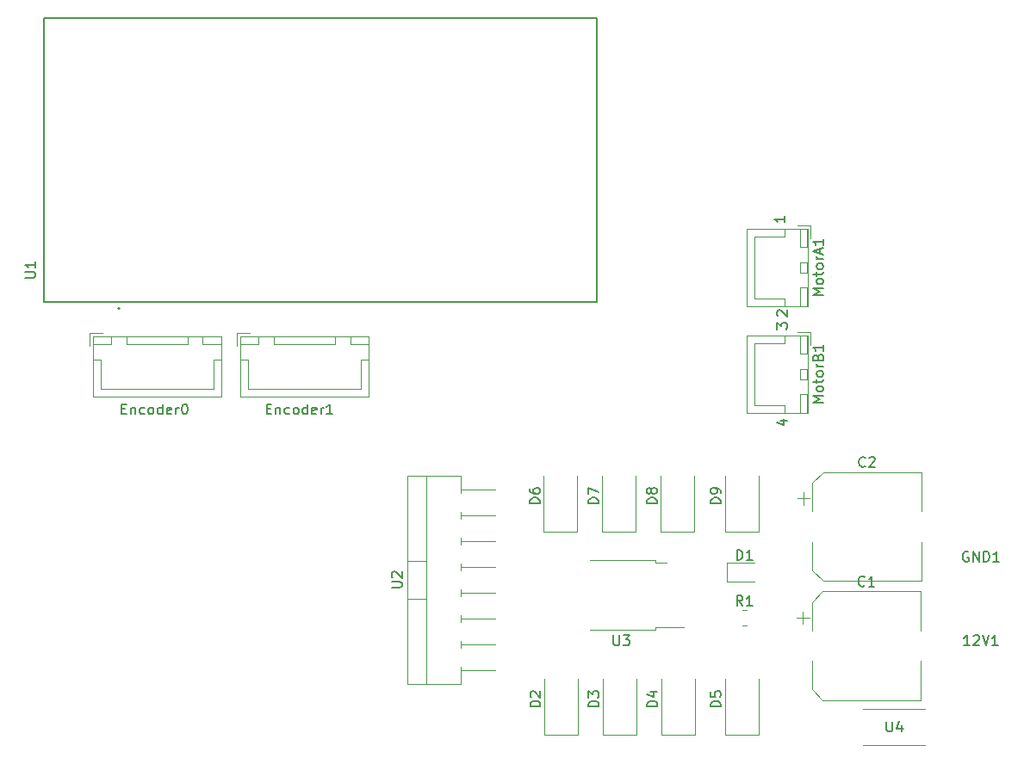
<source format=gbr>
%TF.GenerationSoftware,KiCad,Pcbnew,7.0.8*%
%TF.CreationDate,2024-03-30T19:43:29+07:00*%
%TF.ProjectId,2wd_control_pcbway,3277645f-636f-46e7-9472-6f6c5f706362,rev?*%
%TF.SameCoordinates,Original*%
%TF.FileFunction,Legend,Top*%
%TF.FilePolarity,Positive*%
%FSLAX46Y46*%
G04 Gerber Fmt 4.6, Leading zero omitted, Abs format (unit mm)*
G04 Created by KiCad (PCBNEW 7.0.8) date 2024-03-30 19:43:29*
%MOMM*%
%LPD*%
G01*
G04 APERTURE LIST*
%ADD10C,0.150000*%
%ADD11C,0.120000*%
%ADD12C,0.127000*%
%ADD13C,0.200000*%
G04 APERTURE END LIST*
D10*
X187954819Y-78833332D02*
X187954819Y-78214285D01*
X187954819Y-78214285D02*
X188335771Y-78547618D01*
X188335771Y-78547618D02*
X188335771Y-78404761D01*
X188335771Y-78404761D02*
X188383390Y-78309523D01*
X188383390Y-78309523D02*
X188431009Y-78261904D01*
X188431009Y-78261904D02*
X188526247Y-78214285D01*
X188526247Y-78214285D02*
X188764342Y-78214285D01*
X188764342Y-78214285D02*
X188859580Y-78261904D01*
X188859580Y-78261904D02*
X188907200Y-78309523D01*
X188907200Y-78309523D02*
X188954819Y-78404761D01*
X188954819Y-78404761D02*
X188954819Y-78690475D01*
X188954819Y-78690475D02*
X188907200Y-78785713D01*
X188907200Y-78785713D02*
X188859580Y-78833332D01*
X188050057Y-77535713D02*
X188002438Y-77488094D01*
X188002438Y-77488094D02*
X187954819Y-77392856D01*
X187954819Y-77392856D02*
X187954819Y-77154761D01*
X187954819Y-77154761D02*
X188002438Y-77059523D01*
X188002438Y-77059523D02*
X188050057Y-77011904D01*
X188050057Y-77011904D02*
X188145295Y-76964285D01*
X188145295Y-76964285D02*
X188240533Y-76964285D01*
X188240533Y-76964285D02*
X188383390Y-77011904D01*
X188383390Y-77011904D02*
X188954819Y-77583332D01*
X188954819Y-77583332D02*
X188954819Y-76964285D01*
X188704819Y-67714285D02*
X188704819Y-68285713D01*
X188704819Y-67999999D02*
X187704819Y-67999999D01*
X187704819Y-67999999D02*
X187847676Y-68095237D01*
X187847676Y-68095237D02*
X187942914Y-68190475D01*
X187942914Y-68190475D02*
X187990533Y-68285713D01*
X188288152Y-87809523D02*
X188954819Y-87809523D01*
X187907200Y-88047618D02*
X188621485Y-88285713D01*
X188621485Y-88285713D02*
X188621485Y-87666666D01*
X206904761Y-109954819D02*
X206333333Y-109954819D01*
X206619047Y-109954819D02*
X206619047Y-108954819D01*
X206619047Y-108954819D02*
X206523809Y-109097676D01*
X206523809Y-109097676D02*
X206428571Y-109192914D01*
X206428571Y-109192914D02*
X206333333Y-109240533D01*
X207285714Y-109050057D02*
X207333333Y-109002438D01*
X207333333Y-109002438D02*
X207428571Y-108954819D01*
X207428571Y-108954819D02*
X207666666Y-108954819D01*
X207666666Y-108954819D02*
X207761904Y-109002438D01*
X207761904Y-109002438D02*
X207809523Y-109050057D01*
X207809523Y-109050057D02*
X207857142Y-109145295D01*
X207857142Y-109145295D02*
X207857142Y-109240533D01*
X207857142Y-109240533D02*
X207809523Y-109383390D01*
X207809523Y-109383390D02*
X207238095Y-109954819D01*
X207238095Y-109954819D02*
X207857142Y-109954819D01*
X208142857Y-108954819D02*
X208476190Y-109954819D01*
X208476190Y-109954819D02*
X208809523Y-108954819D01*
X209666666Y-109954819D02*
X209095238Y-109954819D01*
X209380952Y-109954819D02*
X209380952Y-108954819D01*
X209380952Y-108954819D02*
X209285714Y-109097676D01*
X209285714Y-109097676D02*
X209190476Y-109192914D01*
X209190476Y-109192914D02*
X209095238Y-109240533D01*
X182444819Y-115988094D02*
X181444819Y-115988094D01*
X181444819Y-115988094D02*
X181444819Y-115749999D01*
X181444819Y-115749999D02*
X181492438Y-115607142D01*
X181492438Y-115607142D02*
X181587676Y-115511904D01*
X181587676Y-115511904D02*
X181682914Y-115464285D01*
X181682914Y-115464285D02*
X181873390Y-115416666D01*
X181873390Y-115416666D02*
X182016247Y-115416666D01*
X182016247Y-115416666D02*
X182206723Y-115464285D01*
X182206723Y-115464285D02*
X182301961Y-115511904D01*
X182301961Y-115511904D02*
X182397200Y-115607142D01*
X182397200Y-115607142D02*
X182444819Y-115749999D01*
X182444819Y-115749999D02*
X182444819Y-115988094D01*
X181444819Y-114511904D02*
X181444819Y-114988094D01*
X181444819Y-114988094D02*
X181921009Y-115035713D01*
X181921009Y-115035713D02*
X181873390Y-114988094D01*
X181873390Y-114988094D02*
X181825771Y-114892856D01*
X181825771Y-114892856D02*
X181825771Y-114654761D01*
X181825771Y-114654761D02*
X181873390Y-114559523D01*
X181873390Y-114559523D02*
X181921009Y-114511904D01*
X181921009Y-114511904D02*
X182016247Y-114464285D01*
X182016247Y-114464285D02*
X182254342Y-114464285D01*
X182254342Y-114464285D02*
X182349580Y-114511904D01*
X182349580Y-114511904D02*
X182397200Y-114559523D01*
X182397200Y-114559523D02*
X182444819Y-114654761D01*
X182444819Y-114654761D02*
X182444819Y-114892856D01*
X182444819Y-114892856D02*
X182397200Y-114988094D01*
X182397200Y-114988094D02*
X182349580Y-115035713D01*
X170394819Y-95988094D02*
X169394819Y-95988094D01*
X169394819Y-95988094D02*
X169394819Y-95749999D01*
X169394819Y-95749999D02*
X169442438Y-95607142D01*
X169442438Y-95607142D02*
X169537676Y-95511904D01*
X169537676Y-95511904D02*
X169632914Y-95464285D01*
X169632914Y-95464285D02*
X169823390Y-95416666D01*
X169823390Y-95416666D02*
X169966247Y-95416666D01*
X169966247Y-95416666D02*
X170156723Y-95464285D01*
X170156723Y-95464285D02*
X170251961Y-95511904D01*
X170251961Y-95511904D02*
X170347200Y-95607142D01*
X170347200Y-95607142D02*
X170394819Y-95749999D01*
X170394819Y-95749999D02*
X170394819Y-95988094D01*
X169394819Y-95083332D02*
X169394819Y-94416666D01*
X169394819Y-94416666D02*
X170394819Y-94845237D01*
X176194819Y-115988094D02*
X175194819Y-115988094D01*
X175194819Y-115988094D02*
X175194819Y-115749999D01*
X175194819Y-115749999D02*
X175242438Y-115607142D01*
X175242438Y-115607142D02*
X175337676Y-115511904D01*
X175337676Y-115511904D02*
X175432914Y-115464285D01*
X175432914Y-115464285D02*
X175623390Y-115416666D01*
X175623390Y-115416666D02*
X175766247Y-115416666D01*
X175766247Y-115416666D02*
X175956723Y-115464285D01*
X175956723Y-115464285D02*
X176051961Y-115511904D01*
X176051961Y-115511904D02*
X176147200Y-115607142D01*
X176147200Y-115607142D02*
X176194819Y-115749999D01*
X176194819Y-115749999D02*
X176194819Y-115988094D01*
X175528152Y-114559523D02*
X176194819Y-114559523D01*
X175147200Y-114797618D02*
X175861485Y-115035713D01*
X175861485Y-115035713D02*
X175861485Y-114416666D01*
X171898095Y-108954819D02*
X171898095Y-109764342D01*
X171898095Y-109764342D02*
X171945714Y-109859580D01*
X171945714Y-109859580D02*
X171993333Y-109907200D01*
X171993333Y-109907200D02*
X172088571Y-109954819D01*
X172088571Y-109954819D02*
X172279047Y-109954819D01*
X172279047Y-109954819D02*
X172374285Y-109907200D01*
X172374285Y-109907200D02*
X172421904Y-109859580D01*
X172421904Y-109859580D02*
X172469523Y-109764342D01*
X172469523Y-109764342D02*
X172469523Y-108954819D01*
X172850476Y-108954819D02*
X173469523Y-108954819D01*
X173469523Y-108954819D02*
X173136190Y-109335771D01*
X173136190Y-109335771D02*
X173279047Y-109335771D01*
X173279047Y-109335771D02*
X173374285Y-109383390D01*
X173374285Y-109383390D02*
X173421904Y-109431009D01*
X173421904Y-109431009D02*
X173469523Y-109526247D01*
X173469523Y-109526247D02*
X173469523Y-109764342D01*
X173469523Y-109764342D02*
X173421904Y-109859580D01*
X173421904Y-109859580D02*
X173374285Y-109907200D01*
X173374285Y-109907200D02*
X173279047Y-109954819D01*
X173279047Y-109954819D02*
X172993333Y-109954819D01*
X172993333Y-109954819D02*
X172898095Y-109907200D01*
X172898095Y-109907200D02*
X172850476Y-109859580D01*
X164694819Y-115988094D02*
X163694819Y-115988094D01*
X163694819Y-115988094D02*
X163694819Y-115749999D01*
X163694819Y-115749999D02*
X163742438Y-115607142D01*
X163742438Y-115607142D02*
X163837676Y-115511904D01*
X163837676Y-115511904D02*
X163932914Y-115464285D01*
X163932914Y-115464285D02*
X164123390Y-115416666D01*
X164123390Y-115416666D02*
X164266247Y-115416666D01*
X164266247Y-115416666D02*
X164456723Y-115464285D01*
X164456723Y-115464285D02*
X164551961Y-115511904D01*
X164551961Y-115511904D02*
X164647200Y-115607142D01*
X164647200Y-115607142D02*
X164694819Y-115749999D01*
X164694819Y-115749999D02*
X164694819Y-115988094D01*
X163790057Y-115035713D02*
X163742438Y-114988094D01*
X163742438Y-114988094D02*
X163694819Y-114892856D01*
X163694819Y-114892856D02*
X163694819Y-114654761D01*
X163694819Y-114654761D02*
X163742438Y-114559523D01*
X163742438Y-114559523D02*
X163790057Y-114511904D01*
X163790057Y-114511904D02*
X163885295Y-114464285D01*
X163885295Y-114464285D02*
X163980533Y-114464285D01*
X163980533Y-114464285D02*
X164123390Y-114511904D01*
X164123390Y-114511904D02*
X164694819Y-115083332D01*
X164694819Y-115083332D02*
X164694819Y-114464285D01*
X114048567Y-73791373D02*
X114858403Y-73791373D01*
X114858403Y-73791373D02*
X114953678Y-73743736D01*
X114953678Y-73743736D02*
X115001316Y-73696099D01*
X115001316Y-73696099D02*
X115048953Y-73600824D01*
X115048953Y-73600824D02*
X115048953Y-73410274D01*
X115048953Y-73410274D02*
X115001316Y-73314999D01*
X115001316Y-73314999D02*
X114953678Y-73267362D01*
X114953678Y-73267362D02*
X114858403Y-73219724D01*
X114858403Y-73219724D02*
X114048567Y-73219724D01*
X115048953Y-72219339D02*
X115048953Y-72790988D01*
X115048953Y-72505163D02*
X114048567Y-72505163D01*
X114048567Y-72505163D02*
X114191479Y-72600438D01*
X114191479Y-72600438D02*
X114286754Y-72695713D01*
X114286754Y-72695713D02*
X114334392Y-72790988D01*
X198738095Y-117454819D02*
X198738095Y-118264342D01*
X198738095Y-118264342D02*
X198785714Y-118359580D01*
X198785714Y-118359580D02*
X198833333Y-118407200D01*
X198833333Y-118407200D02*
X198928571Y-118454819D01*
X198928571Y-118454819D02*
X199119047Y-118454819D01*
X199119047Y-118454819D02*
X199214285Y-118407200D01*
X199214285Y-118407200D02*
X199261904Y-118359580D01*
X199261904Y-118359580D02*
X199309523Y-118264342D01*
X199309523Y-118264342D02*
X199309523Y-117454819D01*
X200214285Y-117788152D02*
X200214285Y-118454819D01*
X199976190Y-117407200D02*
X199738095Y-118121485D01*
X199738095Y-118121485D02*
X200357142Y-118121485D01*
X196583333Y-104059580D02*
X196535714Y-104107200D01*
X196535714Y-104107200D02*
X196392857Y-104154819D01*
X196392857Y-104154819D02*
X196297619Y-104154819D01*
X196297619Y-104154819D02*
X196154762Y-104107200D01*
X196154762Y-104107200D02*
X196059524Y-104011961D01*
X196059524Y-104011961D02*
X196011905Y-103916723D01*
X196011905Y-103916723D02*
X195964286Y-103726247D01*
X195964286Y-103726247D02*
X195964286Y-103583390D01*
X195964286Y-103583390D02*
X196011905Y-103392914D01*
X196011905Y-103392914D02*
X196059524Y-103297676D01*
X196059524Y-103297676D02*
X196154762Y-103202438D01*
X196154762Y-103202438D02*
X196297619Y-103154819D01*
X196297619Y-103154819D02*
X196392857Y-103154819D01*
X196392857Y-103154819D02*
X196535714Y-103202438D01*
X196535714Y-103202438D02*
X196583333Y-103250057D01*
X197535714Y-104154819D02*
X196964286Y-104154819D01*
X197250000Y-104154819D02*
X197250000Y-103154819D01*
X197250000Y-103154819D02*
X197154762Y-103297676D01*
X197154762Y-103297676D02*
X197059524Y-103392914D01*
X197059524Y-103392914D02*
X196964286Y-103440533D01*
X150079819Y-104266904D02*
X150889342Y-104266904D01*
X150889342Y-104266904D02*
X150984580Y-104219285D01*
X150984580Y-104219285D02*
X151032200Y-104171666D01*
X151032200Y-104171666D02*
X151079819Y-104076428D01*
X151079819Y-104076428D02*
X151079819Y-103885952D01*
X151079819Y-103885952D02*
X151032200Y-103790714D01*
X151032200Y-103790714D02*
X150984580Y-103743095D01*
X150984580Y-103743095D02*
X150889342Y-103695476D01*
X150889342Y-103695476D02*
X150079819Y-103695476D01*
X150175057Y-103266904D02*
X150127438Y-103219285D01*
X150127438Y-103219285D02*
X150079819Y-103124047D01*
X150079819Y-103124047D02*
X150079819Y-102885952D01*
X150079819Y-102885952D02*
X150127438Y-102790714D01*
X150127438Y-102790714D02*
X150175057Y-102743095D01*
X150175057Y-102743095D02*
X150270295Y-102695476D01*
X150270295Y-102695476D02*
X150365533Y-102695476D01*
X150365533Y-102695476D02*
X150508390Y-102743095D01*
X150508390Y-102743095D02*
X151079819Y-103314523D01*
X151079819Y-103314523D02*
X151079819Y-102695476D01*
X170444819Y-115988094D02*
X169444819Y-115988094D01*
X169444819Y-115988094D02*
X169444819Y-115749999D01*
X169444819Y-115749999D02*
X169492438Y-115607142D01*
X169492438Y-115607142D02*
X169587676Y-115511904D01*
X169587676Y-115511904D02*
X169682914Y-115464285D01*
X169682914Y-115464285D02*
X169873390Y-115416666D01*
X169873390Y-115416666D02*
X170016247Y-115416666D01*
X170016247Y-115416666D02*
X170206723Y-115464285D01*
X170206723Y-115464285D02*
X170301961Y-115511904D01*
X170301961Y-115511904D02*
X170397200Y-115607142D01*
X170397200Y-115607142D02*
X170444819Y-115749999D01*
X170444819Y-115749999D02*
X170444819Y-115988094D01*
X169444819Y-115083332D02*
X169444819Y-114464285D01*
X169444819Y-114464285D02*
X169825771Y-114797618D01*
X169825771Y-114797618D02*
X169825771Y-114654761D01*
X169825771Y-114654761D02*
X169873390Y-114559523D01*
X169873390Y-114559523D02*
X169921009Y-114511904D01*
X169921009Y-114511904D02*
X170016247Y-114464285D01*
X170016247Y-114464285D02*
X170254342Y-114464285D01*
X170254342Y-114464285D02*
X170349580Y-114511904D01*
X170349580Y-114511904D02*
X170397200Y-114559523D01*
X170397200Y-114559523D02*
X170444819Y-114654761D01*
X170444819Y-114654761D02*
X170444819Y-114940475D01*
X170444819Y-114940475D02*
X170397200Y-115035713D01*
X170397200Y-115035713D02*
X170349580Y-115083332D01*
X123535714Y-86681009D02*
X123869047Y-86681009D01*
X124011904Y-87204819D02*
X123535714Y-87204819D01*
X123535714Y-87204819D02*
X123535714Y-86204819D01*
X123535714Y-86204819D02*
X124011904Y-86204819D01*
X124440476Y-86538152D02*
X124440476Y-87204819D01*
X124440476Y-86633390D02*
X124488095Y-86585771D01*
X124488095Y-86585771D02*
X124583333Y-86538152D01*
X124583333Y-86538152D02*
X124726190Y-86538152D01*
X124726190Y-86538152D02*
X124821428Y-86585771D01*
X124821428Y-86585771D02*
X124869047Y-86681009D01*
X124869047Y-86681009D02*
X124869047Y-87204819D01*
X125773809Y-87157200D02*
X125678571Y-87204819D01*
X125678571Y-87204819D02*
X125488095Y-87204819D01*
X125488095Y-87204819D02*
X125392857Y-87157200D01*
X125392857Y-87157200D02*
X125345238Y-87109580D01*
X125345238Y-87109580D02*
X125297619Y-87014342D01*
X125297619Y-87014342D02*
X125297619Y-86728628D01*
X125297619Y-86728628D02*
X125345238Y-86633390D01*
X125345238Y-86633390D02*
X125392857Y-86585771D01*
X125392857Y-86585771D02*
X125488095Y-86538152D01*
X125488095Y-86538152D02*
X125678571Y-86538152D01*
X125678571Y-86538152D02*
X125773809Y-86585771D01*
X126345238Y-87204819D02*
X126250000Y-87157200D01*
X126250000Y-87157200D02*
X126202381Y-87109580D01*
X126202381Y-87109580D02*
X126154762Y-87014342D01*
X126154762Y-87014342D02*
X126154762Y-86728628D01*
X126154762Y-86728628D02*
X126202381Y-86633390D01*
X126202381Y-86633390D02*
X126250000Y-86585771D01*
X126250000Y-86585771D02*
X126345238Y-86538152D01*
X126345238Y-86538152D02*
X126488095Y-86538152D01*
X126488095Y-86538152D02*
X126583333Y-86585771D01*
X126583333Y-86585771D02*
X126630952Y-86633390D01*
X126630952Y-86633390D02*
X126678571Y-86728628D01*
X126678571Y-86728628D02*
X126678571Y-87014342D01*
X126678571Y-87014342D02*
X126630952Y-87109580D01*
X126630952Y-87109580D02*
X126583333Y-87157200D01*
X126583333Y-87157200D02*
X126488095Y-87204819D01*
X126488095Y-87204819D02*
X126345238Y-87204819D01*
X127535714Y-87204819D02*
X127535714Y-86204819D01*
X127535714Y-87157200D02*
X127440476Y-87204819D01*
X127440476Y-87204819D02*
X127250000Y-87204819D01*
X127250000Y-87204819D02*
X127154762Y-87157200D01*
X127154762Y-87157200D02*
X127107143Y-87109580D01*
X127107143Y-87109580D02*
X127059524Y-87014342D01*
X127059524Y-87014342D02*
X127059524Y-86728628D01*
X127059524Y-86728628D02*
X127107143Y-86633390D01*
X127107143Y-86633390D02*
X127154762Y-86585771D01*
X127154762Y-86585771D02*
X127250000Y-86538152D01*
X127250000Y-86538152D02*
X127440476Y-86538152D01*
X127440476Y-86538152D02*
X127535714Y-86585771D01*
X128392857Y-87157200D02*
X128297619Y-87204819D01*
X128297619Y-87204819D02*
X128107143Y-87204819D01*
X128107143Y-87204819D02*
X128011905Y-87157200D01*
X128011905Y-87157200D02*
X127964286Y-87061961D01*
X127964286Y-87061961D02*
X127964286Y-86681009D01*
X127964286Y-86681009D02*
X128011905Y-86585771D01*
X128011905Y-86585771D02*
X128107143Y-86538152D01*
X128107143Y-86538152D02*
X128297619Y-86538152D01*
X128297619Y-86538152D02*
X128392857Y-86585771D01*
X128392857Y-86585771D02*
X128440476Y-86681009D01*
X128440476Y-86681009D02*
X128440476Y-86776247D01*
X128440476Y-86776247D02*
X127964286Y-86871485D01*
X128869048Y-87204819D02*
X128869048Y-86538152D01*
X128869048Y-86728628D02*
X128916667Y-86633390D01*
X128916667Y-86633390D02*
X128964286Y-86585771D01*
X128964286Y-86585771D02*
X129059524Y-86538152D01*
X129059524Y-86538152D02*
X129154762Y-86538152D01*
X129678572Y-86204819D02*
X129773810Y-86204819D01*
X129773810Y-86204819D02*
X129869048Y-86252438D01*
X129869048Y-86252438D02*
X129916667Y-86300057D01*
X129916667Y-86300057D02*
X129964286Y-86395295D01*
X129964286Y-86395295D02*
X130011905Y-86585771D01*
X130011905Y-86585771D02*
X130011905Y-86823866D01*
X130011905Y-86823866D02*
X129964286Y-87014342D01*
X129964286Y-87014342D02*
X129916667Y-87109580D01*
X129916667Y-87109580D02*
X129869048Y-87157200D01*
X129869048Y-87157200D02*
X129773810Y-87204819D01*
X129773810Y-87204819D02*
X129678572Y-87204819D01*
X129678572Y-87204819D02*
X129583334Y-87157200D01*
X129583334Y-87157200D02*
X129535715Y-87109580D01*
X129535715Y-87109580D02*
X129488096Y-87014342D01*
X129488096Y-87014342D02*
X129440477Y-86823866D01*
X129440477Y-86823866D02*
X129440477Y-86585771D01*
X129440477Y-86585771D02*
X129488096Y-86395295D01*
X129488096Y-86395295D02*
X129535715Y-86300057D01*
X129535715Y-86300057D02*
X129583334Y-86252438D01*
X129583334Y-86252438D02*
X129678572Y-86204819D01*
X182444819Y-95988094D02*
X181444819Y-95988094D01*
X181444819Y-95988094D02*
X181444819Y-95749999D01*
X181444819Y-95749999D02*
X181492438Y-95607142D01*
X181492438Y-95607142D02*
X181587676Y-95511904D01*
X181587676Y-95511904D02*
X181682914Y-95464285D01*
X181682914Y-95464285D02*
X181873390Y-95416666D01*
X181873390Y-95416666D02*
X182016247Y-95416666D01*
X182016247Y-95416666D02*
X182206723Y-95464285D01*
X182206723Y-95464285D02*
X182301961Y-95511904D01*
X182301961Y-95511904D02*
X182397200Y-95607142D01*
X182397200Y-95607142D02*
X182444819Y-95749999D01*
X182444819Y-95749999D02*
X182444819Y-95988094D01*
X182444819Y-94940475D02*
X182444819Y-94749999D01*
X182444819Y-94749999D02*
X182397200Y-94654761D01*
X182397200Y-94654761D02*
X182349580Y-94607142D01*
X182349580Y-94607142D02*
X182206723Y-94511904D01*
X182206723Y-94511904D02*
X182016247Y-94464285D01*
X182016247Y-94464285D02*
X181635295Y-94464285D01*
X181635295Y-94464285D02*
X181540057Y-94511904D01*
X181540057Y-94511904D02*
X181492438Y-94559523D01*
X181492438Y-94559523D02*
X181444819Y-94654761D01*
X181444819Y-94654761D02*
X181444819Y-94845237D01*
X181444819Y-94845237D02*
X181492438Y-94940475D01*
X181492438Y-94940475D02*
X181540057Y-94988094D01*
X181540057Y-94988094D02*
X181635295Y-95035713D01*
X181635295Y-95035713D02*
X181873390Y-95035713D01*
X181873390Y-95035713D02*
X181968628Y-94988094D01*
X181968628Y-94988094D02*
X182016247Y-94940475D01*
X182016247Y-94940475D02*
X182063866Y-94845237D01*
X182063866Y-94845237D02*
X182063866Y-94654761D01*
X182063866Y-94654761D02*
X182016247Y-94559523D01*
X182016247Y-94559523D02*
X181968628Y-94511904D01*
X181968628Y-94511904D02*
X181873390Y-94464285D01*
X206761904Y-100752438D02*
X206666666Y-100704819D01*
X206666666Y-100704819D02*
X206523809Y-100704819D01*
X206523809Y-100704819D02*
X206380952Y-100752438D01*
X206380952Y-100752438D02*
X206285714Y-100847676D01*
X206285714Y-100847676D02*
X206238095Y-100942914D01*
X206238095Y-100942914D02*
X206190476Y-101133390D01*
X206190476Y-101133390D02*
X206190476Y-101276247D01*
X206190476Y-101276247D02*
X206238095Y-101466723D01*
X206238095Y-101466723D02*
X206285714Y-101561961D01*
X206285714Y-101561961D02*
X206380952Y-101657200D01*
X206380952Y-101657200D02*
X206523809Y-101704819D01*
X206523809Y-101704819D02*
X206619047Y-101704819D01*
X206619047Y-101704819D02*
X206761904Y-101657200D01*
X206761904Y-101657200D02*
X206809523Y-101609580D01*
X206809523Y-101609580D02*
X206809523Y-101276247D01*
X206809523Y-101276247D02*
X206619047Y-101276247D01*
X207238095Y-101704819D02*
X207238095Y-100704819D01*
X207238095Y-100704819D02*
X207809523Y-101704819D01*
X207809523Y-101704819D02*
X207809523Y-100704819D01*
X208285714Y-101704819D02*
X208285714Y-100704819D01*
X208285714Y-100704819D02*
X208523809Y-100704819D01*
X208523809Y-100704819D02*
X208666666Y-100752438D01*
X208666666Y-100752438D02*
X208761904Y-100847676D01*
X208761904Y-100847676D02*
X208809523Y-100942914D01*
X208809523Y-100942914D02*
X208857142Y-101133390D01*
X208857142Y-101133390D02*
X208857142Y-101276247D01*
X208857142Y-101276247D02*
X208809523Y-101466723D01*
X208809523Y-101466723D02*
X208761904Y-101561961D01*
X208761904Y-101561961D02*
X208666666Y-101657200D01*
X208666666Y-101657200D02*
X208523809Y-101704819D01*
X208523809Y-101704819D02*
X208285714Y-101704819D01*
X209809523Y-101704819D02*
X209238095Y-101704819D01*
X209523809Y-101704819D02*
X209523809Y-100704819D01*
X209523809Y-100704819D02*
X209428571Y-100847676D01*
X209428571Y-100847676D02*
X209333333Y-100942914D01*
X209333333Y-100942914D02*
X209238095Y-100990533D01*
X184583333Y-106054819D02*
X184250000Y-105578628D01*
X184011905Y-106054819D02*
X184011905Y-105054819D01*
X184011905Y-105054819D02*
X184392857Y-105054819D01*
X184392857Y-105054819D02*
X184488095Y-105102438D01*
X184488095Y-105102438D02*
X184535714Y-105150057D01*
X184535714Y-105150057D02*
X184583333Y-105245295D01*
X184583333Y-105245295D02*
X184583333Y-105388152D01*
X184583333Y-105388152D02*
X184535714Y-105483390D01*
X184535714Y-105483390D02*
X184488095Y-105531009D01*
X184488095Y-105531009D02*
X184392857Y-105578628D01*
X184392857Y-105578628D02*
X184011905Y-105578628D01*
X185535714Y-106054819D02*
X184964286Y-106054819D01*
X185250000Y-106054819D02*
X185250000Y-105054819D01*
X185250000Y-105054819D02*
X185154762Y-105197676D01*
X185154762Y-105197676D02*
X185059524Y-105292914D01*
X185059524Y-105292914D02*
X184964286Y-105340533D01*
X137785714Y-86681009D02*
X138119047Y-86681009D01*
X138261904Y-87204819D02*
X137785714Y-87204819D01*
X137785714Y-87204819D02*
X137785714Y-86204819D01*
X137785714Y-86204819D02*
X138261904Y-86204819D01*
X138690476Y-86538152D02*
X138690476Y-87204819D01*
X138690476Y-86633390D02*
X138738095Y-86585771D01*
X138738095Y-86585771D02*
X138833333Y-86538152D01*
X138833333Y-86538152D02*
X138976190Y-86538152D01*
X138976190Y-86538152D02*
X139071428Y-86585771D01*
X139071428Y-86585771D02*
X139119047Y-86681009D01*
X139119047Y-86681009D02*
X139119047Y-87204819D01*
X140023809Y-87157200D02*
X139928571Y-87204819D01*
X139928571Y-87204819D02*
X139738095Y-87204819D01*
X139738095Y-87204819D02*
X139642857Y-87157200D01*
X139642857Y-87157200D02*
X139595238Y-87109580D01*
X139595238Y-87109580D02*
X139547619Y-87014342D01*
X139547619Y-87014342D02*
X139547619Y-86728628D01*
X139547619Y-86728628D02*
X139595238Y-86633390D01*
X139595238Y-86633390D02*
X139642857Y-86585771D01*
X139642857Y-86585771D02*
X139738095Y-86538152D01*
X139738095Y-86538152D02*
X139928571Y-86538152D01*
X139928571Y-86538152D02*
X140023809Y-86585771D01*
X140595238Y-87204819D02*
X140500000Y-87157200D01*
X140500000Y-87157200D02*
X140452381Y-87109580D01*
X140452381Y-87109580D02*
X140404762Y-87014342D01*
X140404762Y-87014342D02*
X140404762Y-86728628D01*
X140404762Y-86728628D02*
X140452381Y-86633390D01*
X140452381Y-86633390D02*
X140500000Y-86585771D01*
X140500000Y-86585771D02*
X140595238Y-86538152D01*
X140595238Y-86538152D02*
X140738095Y-86538152D01*
X140738095Y-86538152D02*
X140833333Y-86585771D01*
X140833333Y-86585771D02*
X140880952Y-86633390D01*
X140880952Y-86633390D02*
X140928571Y-86728628D01*
X140928571Y-86728628D02*
X140928571Y-87014342D01*
X140928571Y-87014342D02*
X140880952Y-87109580D01*
X140880952Y-87109580D02*
X140833333Y-87157200D01*
X140833333Y-87157200D02*
X140738095Y-87204819D01*
X140738095Y-87204819D02*
X140595238Y-87204819D01*
X141785714Y-87204819D02*
X141785714Y-86204819D01*
X141785714Y-87157200D02*
X141690476Y-87204819D01*
X141690476Y-87204819D02*
X141500000Y-87204819D01*
X141500000Y-87204819D02*
X141404762Y-87157200D01*
X141404762Y-87157200D02*
X141357143Y-87109580D01*
X141357143Y-87109580D02*
X141309524Y-87014342D01*
X141309524Y-87014342D02*
X141309524Y-86728628D01*
X141309524Y-86728628D02*
X141357143Y-86633390D01*
X141357143Y-86633390D02*
X141404762Y-86585771D01*
X141404762Y-86585771D02*
X141500000Y-86538152D01*
X141500000Y-86538152D02*
X141690476Y-86538152D01*
X141690476Y-86538152D02*
X141785714Y-86585771D01*
X142642857Y-87157200D02*
X142547619Y-87204819D01*
X142547619Y-87204819D02*
X142357143Y-87204819D01*
X142357143Y-87204819D02*
X142261905Y-87157200D01*
X142261905Y-87157200D02*
X142214286Y-87061961D01*
X142214286Y-87061961D02*
X142214286Y-86681009D01*
X142214286Y-86681009D02*
X142261905Y-86585771D01*
X142261905Y-86585771D02*
X142357143Y-86538152D01*
X142357143Y-86538152D02*
X142547619Y-86538152D01*
X142547619Y-86538152D02*
X142642857Y-86585771D01*
X142642857Y-86585771D02*
X142690476Y-86681009D01*
X142690476Y-86681009D02*
X142690476Y-86776247D01*
X142690476Y-86776247D02*
X142214286Y-86871485D01*
X143119048Y-87204819D02*
X143119048Y-86538152D01*
X143119048Y-86728628D02*
X143166667Y-86633390D01*
X143166667Y-86633390D02*
X143214286Y-86585771D01*
X143214286Y-86585771D02*
X143309524Y-86538152D01*
X143309524Y-86538152D02*
X143404762Y-86538152D01*
X144261905Y-87204819D02*
X143690477Y-87204819D01*
X143976191Y-87204819D02*
X143976191Y-86204819D01*
X143976191Y-86204819D02*
X143880953Y-86347676D01*
X143880953Y-86347676D02*
X143785715Y-86442914D01*
X143785715Y-86442914D02*
X143690477Y-86490533D01*
X196633333Y-92309580D02*
X196585714Y-92357200D01*
X196585714Y-92357200D02*
X196442857Y-92404819D01*
X196442857Y-92404819D02*
X196347619Y-92404819D01*
X196347619Y-92404819D02*
X196204762Y-92357200D01*
X196204762Y-92357200D02*
X196109524Y-92261961D01*
X196109524Y-92261961D02*
X196061905Y-92166723D01*
X196061905Y-92166723D02*
X196014286Y-91976247D01*
X196014286Y-91976247D02*
X196014286Y-91833390D01*
X196014286Y-91833390D02*
X196061905Y-91642914D01*
X196061905Y-91642914D02*
X196109524Y-91547676D01*
X196109524Y-91547676D02*
X196204762Y-91452438D01*
X196204762Y-91452438D02*
X196347619Y-91404819D01*
X196347619Y-91404819D02*
X196442857Y-91404819D01*
X196442857Y-91404819D02*
X196585714Y-91452438D01*
X196585714Y-91452438D02*
X196633333Y-91500057D01*
X197014286Y-91500057D02*
X197061905Y-91452438D01*
X197061905Y-91452438D02*
X197157143Y-91404819D01*
X197157143Y-91404819D02*
X197395238Y-91404819D01*
X197395238Y-91404819D02*
X197490476Y-91452438D01*
X197490476Y-91452438D02*
X197538095Y-91500057D01*
X197538095Y-91500057D02*
X197585714Y-91595295D01*
X197585714Y-91595295D02*
X197585714Y-91690533D01*
X197585714Y-91690533D02*
X197538095Y-91833390D01*
X197538095Y-91833390D02*
X196966667Y-92404819D01*
X196966667Y-92404819D02*
X197585714Y-92404819D01*
X192504819Y-75488095D02*
X191504819Y-75488095D01*
X191504819Y-75488095D02*
X192219104Y-75154762D01*
X192219104Y-75154762D02*
X191504819Y-74821429D01*
X191504819Y-74821429D02*
X192504819Y-74821429D01*
X192504819Y-74202381D02*
X192457200Y-74297619D01*
X192457200Y-74297619D02*
X192409580Y-74345238D01*
X192409580Y-74345238D02*
X192314342Y-74392857D01*
X192314342Y-74392857D02*
X192028628Y-74392857D01*
X192028628Y-74392857D02*
X191933390Y-74345238D01*
X191933390Y-74345238D02*
X191885771Y-74297619D01*
X191885771Y-74297619D02*
X191838152Y-74202381D01*
X191838152Y-74202381D02*
X191838152Y-74059524D01*
X191838152Y-74059524D02*
X191885771Y-73964286D01*
X191885771Y-73964286D02*
X191933390Y-73916667D01*
X191933390Y-73916667D02*
X192028628Y-73869048D01*
X192028628Y-73869048D02*
X192314342Y-73869048D01*
X192314342Y-73869048D02*
X192409580Y-73916667D01*
X192409580Y-73916667D02*
X192457200Y-73964286D01*
X192457200Y-73964286D02*
X192504819Y-74059524D01*
X192504819Y-74059524D02*
X192504819Y-74202381D01*
X191838152Y-73583333D02*
X191838152Y-73202381D01*
X191504819Y-73440476D02*
X192361961Y-73440476D01*
X192361961Y-73440476D02*
X192457200Y-73392857D01*
X192457200Y-73392857D02*
X192504819Y-73297619D01*
X192504819Y-73297619D02*
X192504819Y-73202381D01*
X192504819Y-72726190D02*
X192457200Y-72821428D01*
X192457200Y-72821428D02*
X192409580Y-72869047D01*
X192409580Y-72869047D02*
X192314342Y-72916666D01*
X192314342Y-72916666D02*
X192028628Y-72916666D01*
X192028628Y-72916666D02*
X191933390Y-72869047D01*
X191933390Y-72869047D02*
X191885771Y-72821428D01*
X191885771Y-72821428D02*
X191838152Y-72726190D01*
X191838152Y-72726190D02*
X191838152Y-72583333D01*
X191838152Y-72583333D02*
X191885771Y-72488095D01*
X191885771Y-72488095D02*
X191933390Y-72440476D01*
X191933390Y-72440476D02*
X192028628Y-72392857D01*
X192028628Y-72392857D02*
X192314342Y-72392857D01*
X192314342Y-72392857D02*
X192409580Y-72440476D01*
X192409580Y-72440476D02*
X192457200Y-72488095D01*
X192457200Y-72488095D02*
X192504819Y-72583333D01*
X192504819Y-72583333D02*
X192504819Y-72726190D01*
X192504819Y-71964285D02*
X191838152Y-71964285D01*
X192028628Y-71964285D02*
X191933390Y-71916666D01*
X191933390Y-71916666D02*
X191885771Y-71869047D01*
X191885771Y-71869047D02*
X191838152Y-71773809D01*
X191838152Y-71773809D02*
X191838152Y-71678571D01*
X192219104Y-71392856D02*
X192219104Y-70916666D01*
X192504819Y-71488094D02*
X191504819Y-71154761D01*
X191504819Y-71154761D02*
X192504819Y-70821428D01*
X192504819Y-69964285D02*
X192504819Y-70535713D01*
X192504819Y-70249999D02*
X191504819Y-70249999D01*
X191504819Y-70249999D02*
X191647676Y-70345237D01*
X191647676Y-70345237D02*
X191742914Y-70440475D01*
X191742914Y-70440475D02*
X191790533Y-70535713D01*
X192504819Y-86059523D02*
X191504819Y-86059523D01*
X191504819Y-86059523D02*
X192219104Y-85726190D01*
X192219104Y-85726190D02*
X191504819Y-85392857D01*
X191504819Y-85392857D02*
X192504819Y-85392857D01*
X192504819Y-84773809D02*
X192457200Y-84869047D01*
X192457200Y-84869047D02*
X192409580Y-84916666D01*
X192409580Y-84916666D02*
X192314342Y-84964285D01*
X192314342Y-84964285D02*
X192028628Y-84964285D01*
X192028628Y-84964285D02*
X191933390Y-84916666D01*
X191933390Y-84916666D02*
X191885771Y-84869047D01*
X191885771Y-84869047D02*
X191838152Y-84773809D01*
X191838152Y-84773809D02*
X191838152Y-84630952D01*
X191838152Y-84630952D02*
X191885771Y-84535714D01*
X191885771Y-84535714D02*
X191933390Y-84488095D01*
X191933390Y-84488095D02*
X192028628Y-84440476D01*
X192028628Y-84440476D02*
X192314342Y-84440476D01*
X192314342Y-84440476D02*
X192409580Y-84488095D01*
X192409580Y-84488095D02*
X192457200Y-84535714D01*
X192457200Y-84535714D02*
X192504819Y-84630952D01*
X192504819Y-84630952D02*
X192504819Y-84773809D01*
X191838152Y-84154761D02*
X191838152Y-83773809D01*
X191504819Y-84011904D02*
X192361961Y-84011904D01*
X192361961Y-84011904D02*
X192457200Y-83964285D01*
X192457200Y-83964285D02*
X192504819Y-83869047D01*
X192504819Y-83869047D02*
X192504819Y-83773809D01*
X192504819Y-83297618D02*
X192457200Y-83392856D01*
X192457200Y-83392856D02*
X192409580Y-83440475D01*
X192409580Y-83440475D02*
X192314342Y-83488094D01*
X192314342Y-83488094D02*
X192028628Y-83488094D01*
X192028628Y-83488094D02*
X191933390Y-83440475D01*
X191933390Y-83440475D02*
X191885771Y-83392856D01*
X191885771Y-83392856D02*
X191838152Y-83297618D01*
X191838152Y-83297618D02*
X191838152Y-83154761D01*
X191838152Y-83154761D02*
X191885771Y-83059523D01*
X191885771Y-83059523D02*
X191933390Y-83011904D01*
X191933390Y-83011904D02*
X192028628Y-82964285D01*
X192028628Y-82964285D02*
X192314342Y-82964285D01*
X192314342Y-82964285D02*
X192409580Y-83011904D01*
X192409580Y-83011904D02*
X192457200Y-83059523D01*
X192457200Y-83059523D02*
X192504819Y-83154761D01*
X192504819Y-83154761D02*
X192504819Y-83297618D01*
X192504819Y-82535713D02*
X191838152Y-82535713D01*
X192028628Y-82535713D02*
X191933390Y-82488094D01*
X191933390Y-82488094D02*
X191885771Y-82440475D01*
X191885771Y-82440475D02*
X191838152Y-82345237D01*
X191838152Y-82345237D02*
X191838152Y-82249999D01*
X191981009Y-81583332D02*
X192028628Y-81440475D01*
X192028628Y-81440475D02*
X192076247Y-81392856D01*
X192076247Y-81392856D02*
X192171485Y-81345237D01*
X192171485Y-81345237D02*
X192314342Y-81345237D01*
X192314342Y-81345237D02*
X192409580Y-81392856D01*
X192409580Y-81392856D02*
X192457200Y-81440475D01*
X192457200Y-81440475D02*
X192504819Y-81535713D01*
X192504819Y-81535713D02*
X192504819Y-81916665D01*
X192504819Y-81916665D02*
X191504819Y-81916665D01*
X191504819Y-81916665D02*
X191504819Y-81583332D01*
X191504819Y-81583332D02*
X191552438Y-81488094D01*
X191552438Y-81488094D02*
X191600057Y-81440475D01*
X191600057Y-81440475D02*
X191695295Y-81392856D01*
X191695295Y-81392856D02*
X191790533Y-81392856D01*
X191790533Y-81392856D02*
X191885771Y-81440475D01*
X191885771Y-81440475D02*
X191933390Y-81488094D01*
X191933390Y-81488094D02*
X191981009Y-81583332D01*
X191981009Y-81583332D02*
X191981009Y-81916665D01*
X192504819Y-80392856D02*
X192504819Y-80964284D01*
X192504819Y-80678570D02*
X191504819Y-80678570D01*
X191504819Y-80678570D02*
X191647676Y-80773808D01*
X191647676Y-80773808D02*
X191742914Y-80869046D01*
X191742914Y-80869046D02*
X191790533Y-80964284D01*
X184011905Y-101554819D02*
X184011905Y-100554819D01*
X184011905Y-100554819D02*
X184250000Y-100554819D01*
X184250000Y-100554819D02*
X184392857Y-100602438D01*
X184392857Y-100602438D02*
X184488095Y-100697676D01*
X184488095Y-100697676D02*
X184535714Y-100792914D01*
X184535714Y-100792914D02*
X184583333Y-100983390D01*
X184583333Y-100983390D02*
X184583333Y-101126247D01*
X184583333Y-101126247D02*
X184535714Y-101316723D01*
X184535714Y-101316723D02*
X184488095Y-101411961D01*
X184488095Y-101411961D02*
X184392857Y-101507200D01*
X184392857Y-101507200D02*
X184250000Y-101554819D01*
X184250000Y-101554819D02*
X184011905Y-101554819D01*
X185535714Y-101554819D02*
X184964286Y-101554819D01*
X185250000Y-101554819D02*
X185250000Y-100554819D01*
X185250000Y-100554819D02*
X185154762Y-100697676D01*
X185154762Y-100697676D02*
X185059524Y-100792914D01*
X185059524Y-100792914D02*
X184964286Y-100840533D01*
X164644819Y-95988094D02*
X163644819Y-95988094D01*
X163644819Y-95988094D02*
X163644819Y-95749999D01*
X163644819Y-95749999D02*
X163692438Y-95607142D01*
X163692438Y-95607142D02*
X163787676Y-95511904D01*
X163787676Y-95511904D02*
X163882914Y-95464285D01*
X163882914Y-95464285D02*
X164073390Y-95416666D01*
X164073390Y-95416666D02*
X164216247Y-95416666D01*
X164216247Y-95416666D02*
X164406723Y-95464285D01*
X164406723Y-95464285D02*
X164501961Y-95511904D01*
X164501961Y-95511904D02*
X164597200Y-95607142D01*
X164597200Y-95607142D02*
X164644819Y-95749999D01*
X164644819Y-95749999D02*
X164644819Y-95988094D01*
X163644819Y-94559523D02*
X163644819Y-94749999D01*
X163644819Y-94749999D02*
X163692438Y-94845237D01*
X163692438Y-94845237D02*
X163740057Y-94892856D01*
X163740057Y-94892856D02*
X163882914Y-94988094D01*
X163882914Y-94988094D02*
X164073390Y-95035713D01*
X164073390Y-95035713D02*
X164454342Y-95035713D01*
X164454342Y-95035713D02*
X164549580Y-94988094D01*
X164549580Y-94988094D02*
X164597200Y-94940475D01*
X164597200Y-94940475D02*
X164644819Y-94845237D01*
X164644819Y-94845237D02*
X164644819Y-94654761D01*
X164644819Y-94654761D02*
X164597200Y-94559523D01*
X164597200Y-94559523D02*
X164549580Y-94511904D01*
X164549580Y-94511904D02*
X164454342Y-94464285D01*
X164454342Y-94464285D02*
X164216247Y-94464285D01*
X164216247Y-94464285D02*
X164121009Y-94511904D01*
X164121009Y-94511904D02*
X164073390Y-94559523D01*
X164073390Y-94559523D02*
X164025771Y-94654761D01*
X164025771Y-94654761D02*
X164025771Y-94845237D01*
X164025771Y-94845237D02*
X164073390Y-94940475D01*
X164073390Y-94940475D02*
X164121009Y-94988094D01*
X164121009Y-94988094D02*
X164216247Y-95035713D01*
X176144819Y-95988094D02*
X175144819Y-95988094D01*
X175144819Y-95988094D02*
X175144819Y-95749999D01*
X175144819Y-95749999D02*
X175192438Y-95607142D01*
X175192438Y-95607142D02*
X175287676Y-95511904D01*
X175287676Y-95511904D02*
X175382914Y-95464285D01*
X175382914Y-95464285D02*
X175573390Y-95416666D01*
X175573390Y-95416666D02*
X175716247Y-95416666D01*
X175716247Y-95416666D02*
X175906723Y-95464285D01*
X175906723Y-95464285D02*
X176001961Y-95511904D01*
X176001961Y-95511904D02*
X176097200Y-95607142D01*
X176097200Y-95607142D02*
X176144819Y-95749999D01*
X176144819Y-95749999D02*
X176144819Y-95988094D01*
X175573390Y-94845237D02*
X175525771Y-94940475D01*
X175525771Y-94940475D02*
X175478152Y-94988094D01*
X175478152Y-94988094D02*
X175382914Y-95035713D01*
X175382914Y-95035713D02*
X175335295Y-95035713D01*
X175335295Y-95035713D02*
X175240057Y-94988094D01*
X175240057Y-94988094D02*
X175192438Y-94940475D01*
X175192438Y-94940475D02*
X175144819Y-94845237D01*
X175144819Y-94845237D02*
X175144819Y-94654761D01*
X175144819Y-94654761D02*
X175192438Y-94559523D01*
X175192438Y-94559523D02*
X175240057Y-94511904D01*
X175240057Y-94511904D02*
X175335295Y-94464285D01*
X175335295Y-94464285D02*
X175382914Y-94464285D01*
X175382914Y-94464285D02*
X175478152Y-94511904D01*
X175478152Y-94511904D02*
X175525771Y-94559523D01*
X175525771Y-94559523D02*
X175573390Y-94654761D01*
X175573390Y-94654761D02*
X175573390Y-94845237D01*
X175573390Y-94845237D02*
X175621009Y-94940475D01*
X175621009Y-94940475D02*
X175668628Y-94988094D01*
X175668628Y-94988094D02*
X175763866Y-95035713D01*
X175763866Y-95035713D02*
X175954342Y-95035713D01*
X175954342Y-95035713D02*
X176049580Y-94988094D01*
X176049580Y-94988094D02*
X176097200Y-94940475D01*
X176097200Y-94940475D02*
X176144819Y-94845237D01*
X176144819Y-94845237D02*
X176144819Y-94654761D01*
X176144819Y-94654761D02*
X176097200Y-94559523D01*
X176097200Y-94559523D02*
X176049580Y-94511904D01*
X176049580Y-94511904D02*
X175954342Y-94464285D01*
X175954342Y-94464285D02*
X175763866Y-94464285D01*
X175763866Y-94464285D02*
X175668628Y-94511904D01*
X175668628Y-94511904D02*
X175621009Y-94559523D01*
X175621009Y-94559523D02*
X175573390Y-94654761D01*
D11*
%TO.C,D5*%
X182840000Y-118760000D02*
X186140000Y-118760000D01*
X182840000Y-118760000D02*
X182840000Y-113250000D01*
X186140000Y-118760000D02*
X186140000Y-113250000D01*
%TO.C,D7*%
X170790000Y-98760000D02*
X174090000Y-98760000D01*
X170790000Y-98760000D02*
X170790000Y-93250000D01*
X174090000Y-98760000D02*
X174090000Y-93250000D01*
%TO.C,D4*%
X176590000Y-118760000D02*
X179890000Y-118760000D01*
X176590000Y-118760000D02*
X176590000Y-113250000D01*
X179890000Y-118760000D02*
X179890000Y-113250000D01*
%TO.C,U3*%
X175970000Y-108450000D02*
X175970000Y-108180000D01*
X175970000Y-108180000D02*
X178800000Y-108180000D01*
X175970000Y-101820000D02*
X177070000Y-101820000D01*
X175970000Y-101550000D02*
X175970000Y-101820000D01*
X169550000Y-108450000D02*
X175970000Y-108450000D01*
X169550000Y-101550000D02*
X175970000Y-101550000D01*
%TO.C,D2*%
X165090000Y-118760000D02*
X168390000Y-118760000D01*
X165090000Y-118760000D02*
X165090000Y-113250000D01*
X168390000Y-118760000D02*
X168390000Y-113250000D01*
D12*
%TO.C,U1*%
X115890000Y-76150000D02*
X115890000Y-48250000D01*
X170290000Y-76150000D02*
X115890000Y-76150000D01*
X115890000Y-48250000D02*
X170290000Y-48250000D01*
X170290000Y-48250000D02*
X170290000Y-76150000D01*
D13*
X123380000Y-76800000D02*
G75*
G03*
X123380000Y-76800000I-100000J0D01*
G01*
D11*
%TO.C,U4*%
X199500000Y-116222000D02*
X202548000Y-116222000D01*
X199500000Y-116222000D02*
X196452000Y-116222000D01*
X198656000Y-119778000D02*
X196452000Y-119778000D01*
X198537000Y-119778000D02*
X202548000Y-119778000D01*
%TO.C,C1*%
X189900000Y-107240000D02*
X191150000Y-107240000D01*
X190525000Y-106615000D02*
X190525000Y-107865000D01*
X191390000Y-105704437D02*
X191390000Y-108490000D01*
X191390000Y-105704437D02*
X192454437Y-104640000D01*
X191390000Y-114295563D02*
X191390000Y-111510000D01*
X191390000Y-114295563D02*
X192454437Y-115360000D01*
X192454437Y-104640000D02*
X202110000Y-104640000D01*
X192454437Y-115360000D02*
X202110000Y-115360000D01*
X202110000Y-104640000D02*
X202110000Y-108490000D01*
X202110000Y-115360000D02*
X202110000Y-111510000D01*
%TO.C,U2*%
X151625000Y-113725000D02*
X156866000Y-113725000D01*
X151625000Y-113725000D02*
X151625000Y-93285000D01*
X153465000Y-113725000D02*
X153465000Y-93285000D01*
X156866000Y-113725000D02*
X156866000Y-112049000D01*
X156866000Y-112395000D02*
X160275000Y-112395000D01*
X156866000Y-110200000D02*
X156866000Y-109509000D01*
X156866000Y-109855000D02*
X160260000Y-109855000D01*
X156866000Y-107660000D02*
X156866000Y-106969000D01*
X156866000Y-107315000D02*
X160260000Y-107315000D01*
X151625000Y-105354000D02*
X153465000Y-105354000D01*
X156866000Y-105120000D02*
X156866000Y-104429000D01*
X156866000Y-104775000D02*
X160260000Y-104775000D01*
X156866000Y-102580000D02*
X156866000Y-101889000D01*
X156866000Y-102235000D02*
X160260000Y-102235000D01*
X151625000Y-101655000D02*
X153465000Y-101655000D01*
X156866000Y-100040000D02*
X156866000Y-99349000D01*
X156866000Y-99695000D02*
X160260000Y-99695000D01*
X156866000Y-97500000D02*
X156866000Y-96809000D01*
X156866000Y-97155000D02*
X160260000Y-97155000D01*
X156866000Y-94960000D02*
X156866000Y-93285000D01*
X156866000Y-94615000D02*
X160260000Y-94615000D01*
X151625000Y-93285000D02*
X156866000Y-93285000D01*
%TO.C,D3*%
X170840000Y-118760000D02*
X174140000Y-118760000D01*
X170840000Y-118760000D02*
X170840000Y-113250000D01*
X174140000Y-118760000D02*
X174140000Y-113250000D01*
%TO.C,Encoder0*%
X120400000Y-79250000D02*
X120400000Y-80500000D01*
X120690000Y-79540000D02*
X120690000Y-85510000D01*
X120690000Y-85510000D02*
X133310000Y-85510000D01*
X120700000Y-79550000D02*
X120700000Y-80300000D01*
X120700000Y-80300000D02*
X122500000Y-80300000D01*
X120700000Y-81800000D02*
X121450000Y-81800000D01*
X121450000Y-81800000D02*
X121450000Y-84750000D01*
X121450000Y-84750000D02*
X127000000Y-84750000D01*
X121650000Y-79250000D02*
X120400000Y-79250000D01*
X122500000Y-79550000D02*
X120700000Y-79550000D01*
X122500000Y-80300000D02*
X122500000Y-79550000D01*
X124000000Y-79550000D02*
X124000000Y-80300000D01*
X124000000Y-80300000D02*
X130000000Y-80300000D01*
X130000000Y-79550000D02*
X124000000Y-79550000D01*
X130000000Y-80300000D02*
X130000000Y-79550000D01*
X131500000Y-79550000D02*
X131500000Y-80300000D01*
X131500000Y-80300000D02*
X133300000Y-80300000D01*
X132550000Y-81800000D02*
X132550000Y-84750000D01*
X132550000Y-84750000D02*
X127000000Y-84750000D01*
X133300000Y-79550000D02*
X131500000Y-79550000D01*
X133300000Y-80300000D02*
X133300000Y-79550000D01*
X133300000Y-81800000D02*
X132550000Y-81800000D01*
X133310000Y-79540000D02*
X120690000Y-79540000D01*
X133310000Y-85510000D02*
X133310000Y-79540000D01*
%TO.C,D9*%
X182840000Y-98760000D02*
X186140000Y-98760000D01*
X182840000Y-98760000D02*
X182840000Y-93250000D01*
X186140000Y-98760000D02*
X186140000Y-93250000D01*
%TO.C,R1*%
X184522936Y-106515000D02*
X184977064Y-106515000D01*
X184522936Y-107985000D02*
X184977064Y-107985000D01*
%TO.C,Encoder1*%
X134900000Y-79250000D02*
X134900000Y-80500000D01*
X135190000Y-79540000D02*
X135190000Y-85510000D01*
X135190000Y-85510000D02*
X147810000Y-85510000D01*
X135200000Y-79550000D02*
X135200000Y-80300000D01*
X135200000Y-80300000D02*
X137000000Y-80300000D01*
X135200000Y-81800000D02*
X135950000Y-81800000D01*
X135950000Y-81800000D02*
X135950000Y-84750000D01*
X135950000Y-84750000D02*
X141500000Y-84750000D01*
X136150000Y-79250000D02*
X134900000Y-79250000D01*
X137000000Y-79550000D02*
X135200000Y-79550000D01*
X137000000Y-80300000D02*
X137000000Y-79550000D01*
X138500000Y-79550000D02*
X138500000Y-80300000D01*
X138500000Y-80300000D02*
X144500000Y-80300000D01*
X144500000Y-79550000D02*
X138500000Y-79550000D01*
X144500000Y-80300000D02*
X144500000Y-79550000D01*
X146000000Y-79550000D02*
X146000000Y-80300000D01*
X146000000Y-80300000D02*
X147800000Y-80300000D01*
X147050000Y-81800000D02*
X147050000Y-84750000D01*
X147050000Y-84750000D02*
X141500000Y-84750000D01*
X147800000Y-79550000D02*
X146000000Y-79550000D01*
X147800000Y-80300000D02*
X147800000Y-79550000D01*
X147800000Y-81800000D02*
X147050000Y-81800000D01*
X147810000Y-79540000D02*
X135190000Y-79540000D01*
X147810000Y-85510000D02*
X147810000Y-79540000D01*
%TO.C,C2*%
X189950000Y-95490000D02*
X191200000Y-95490000D01*
X190575000Y-94865000D02*
X190575000Y-96115000D01*
X191440000Y-93954437D02*
X191440000Y-96740000D01*
X191440000Y-93954437D02*
X192504437Y-92890000D01*
X191440000Y-102545563D02*
X191440000Y-99760000D01*
X191440000Y-102545563D02*
X192504437Y-103610000D01*
X192504437Y-92890000D02*
X202160000Y-92890000D01*
X192504437Y-103610000D02*
X202160000Y-103610000D01*
X202160000Y-92890000D02*
X202160000Y-96740000D01*
X202160000Y-103610000D02*
X202160000Y-99760000D01*
%TO.C,MotorA1*%
X191250000Y-68650000D02*
X190000000Y-68650000D01*
X190960000Y-68940000D02*
X184990000Y-68940000D01*
X184990000Y-68940000D02*
X184990000Y-76560000D01*
X190950000Y-68950000D02*
X190200000Y-68950000D01*
X190200000Y-68950000D02*
X190200000Y-70750000D01*
X188700000Y-68950000D02*
X188700000Y-69700000D01*
X188700000Y-69700000D02*
X185750000Y-69700000D01*
X185750000Y-69700000D02*
X185750000Y-72750000D01*
X191250000Y-69900000D02*
X191250000Y-68650000D01*
X190950000Y-70750000D02*
X190950000Y-68950000D01*
X190200000Y-70750000D02*
X190950000Y-70750000D01*
X190950000Y-72250000D02*
X190200000Y-72250000D01*
X190200000Y-72250000D02*
X190200000Y-73250000D01*
X190950000Y-73250000D02*
X190950000Y-72250000D01*
X190200000Y-73250000D02*
X190950000Y-73250000D01*
X190950000Y-74750000D02*
X190200000Y-74750000D01*
X190200000Y-74750000D02*
X190200000Y-76550000D01*
X188700000Y-75800000D02*
X185750000Y-75800000D01*
X185750000Y-75800000D02*
X185750000Y-72750000D01*
X190950000Y-76550000D02*
X190950000Y-74750000D01*
X190200000Y-76550000D02*
X190950000Y-76550000D01*
X188700000Y-76550000D02*
X188700000Y-75800000D01*
X190960000Y-76560000D02*
X190960000Y-68940000D01*
X184990000Y-76560000D02*
X190960000Y-76560000D01*
%TO.C,MotorB1*%
X191250000Y-79150000D02*
X190000000Y-79150000D01*
X190960000Y-79440000D02*
X184990000Y-79440000D01*
X184990000Y-79440000D02*
X184990000Y-87060000D01*
X190950000Y-79450000D02*
X190200000Y-79450000D01*
X190200000Y-79450000D02*
X190200000Y-81250000D01*
X188700000Y-79450000D02*
X188700000Y-80200000D01*
X188700000Y-80200000D02*
X185750000Y-80200000D01*
X185750000Y-80200000D02*
X185750000Y-83250000D01*
X191250000Y-80400000D02*
X191250000Y-79150000D01*
X190950000Y-81250000D02*
X190950000Y-79450000D01*
X190200000Y-81250000D02*
X190950000Y-81250000D01*
X190950000Y-82750000D02*
X190200000Y-82750000D01*
X190200000Y-82750000D02*
X190200000Y-83750000D01*
X190950000Y-83750000D02*
X190950000Y-82750000D01*
X190200000Y-83750000D02*
X190950000Y-83750000D01*
X190950000Y-85250000D02*
X190200000Y-85250000D01*
X190200000Y-85250000D02*
X190200000Y-87050000D01*
X188700000Y-86300000D02*
X185750000Y-86300000D01*
X185750000Y-86300000D02*
X185750000Y-83250000D01*
X190950000Y-87050000D02*
X190950000Y-85250000D01*
X190200000Y-87050000D02*
X190950000Y-87050000D01*
X188700000Y-87050000D02*
X188700000Y-86300000D01*
X190960000Y-87060000D02*
X190960000Y-79440000D01*
X184990000Y-87060000D02*
X190960000Y-87060000D01*
%TO.C,D1*%
X183065000Y-101790000D02*
X183065000Y-103710000D01*
X183065000Y-103710000D02*
X185750000Y-103710000D01*
X185750000Y-101790000D02*
X183065000Y-101790000D01*
%TO.C,D6*%
X165040000Y-98760000D02*
X168340000Y-98760000D01*
X165040000Y-98760000D02*
X165040000Y-93250000D01*
X168340000Y-98760000D02*
X168340000Y-93250000D01*
%TO.C,D8*%
X176540000Y-98760000D02*
X179840000Y-98760000D01*
X176540000Y-98760000D02*
X176540000Y-93250000D01*
X179840000Y-98760000D02*
X179840000Y-93250000D01*
%TD*%
M02*

</source>
